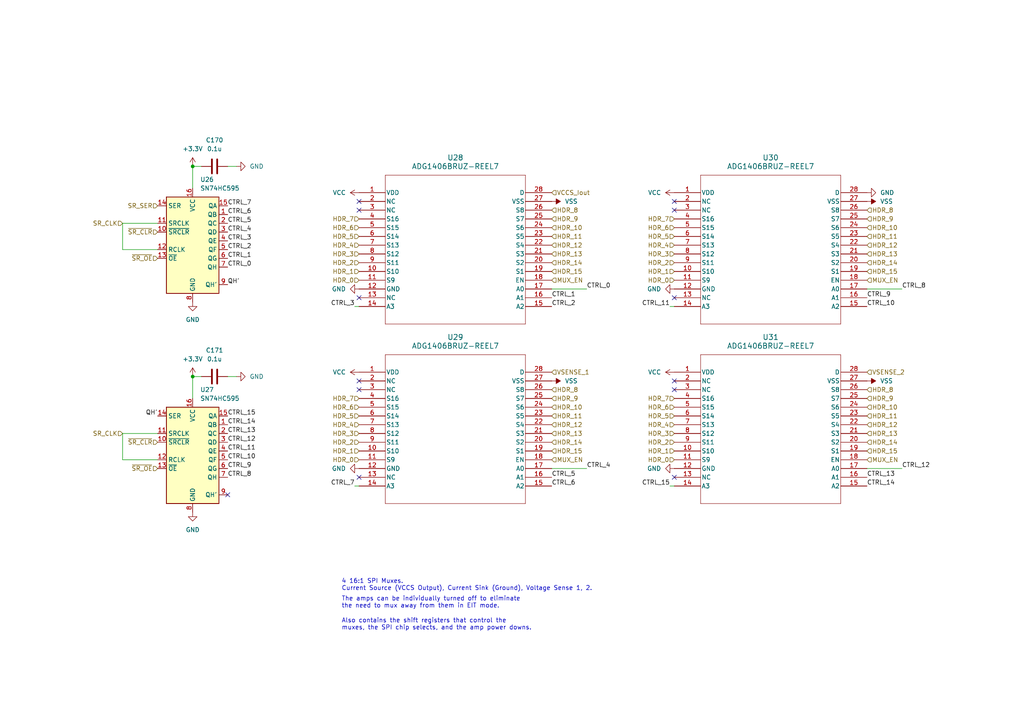
<source format=kicad_sch>
(kicad_sch (version 20230121) (generator eeschema)
  (paper "A4")
  (lib_symbols
    (symbol "74xx:74HC595"
      (property "Reference" "U" (at -7.62 13.97 0))
      (property "Value" "74HC595" (at -7.62 -16.51 0))
      (symbol "74HC595_1_0"
        (pin tri_state line (at 10.16 7.62 180) (length 2.54) (name "QB") (number "1"))
        (pin input line (at -10.16 2.54 0) (length 2.54) (name "~{SRCLR}") (number "10"))
        (pin input line (at -10.16 5.08 0) (length 2.54) (name "SRCLK") (number "11"))
        (pin input line (at -10.16 -2.54 0) (length 2.54) (name "RCLK") (number "12"))
        (pin input line (at -10.16 -5.08 0) (length 2.54) (name "~{OE}") (number "13"))
        (pin input line (at -10.16 10.16 0) (length 2.54) (name "SER") (number "14"))
        (pin tri_state line (at 10.16 10.16 180) (length 2.54) (name "QA") (number "15"))
        (pin power_in line (at 0 15.24 270) (length 2.54) (name "VCC") (number "16"))
        (pin tri_state line (at 10.16 5.08 180) (length 2.54) (name "QC") (number "2"))
        (pin tri_state line (at 10.16 2.54 180) (length 2.54) (name "QD") (number "3"))
        (pin tri_state line (at 10.16 0 180) (length 2.54) (name "QE") (number "4"))
        (pin tri_state line (at 10.16 -2.54 180) (length 2.54) (name "QF") (number "5"))
        (pin tri_state line (at 10.16 -5.08 180) (length 2.54) (name "QG") (number "6"))
        (pin tri_state line (at 10.16 -7.62 180) (length 2.54) (name "QH") (number "7"))
        (pin power_in line (at 0 -17.78 90) (length 2.54) (name "GND") (number "8"))
        (pin output line (at 10.16 -12.7 180) (length 2.54) (name "QH'") (number "9"))
      )
      (symbol "74HC595_1_1"
        (rectangle (start -7.62 12.7) (end 7.62 -15.24) (stroke (width 0.254)) (fill (type background)))
      )
    )
    (symbol "ADG1406BRUZ:ADG1406BRUZ-REEL7" (pin_names (offset 0.254))
      (property "Reference" "U" (at 27.94 10.16 0))
      (property "Value" "ADG1406BRUZ-REEL7" (at 27.94 7.62 0))
      (symbol "ADG1406BRUZ-REEL7_0_1"
        (polyline (pts (xy 7.62 -38.1) (xy 48.26 -38.1)) (stroke (width 0.127)))
        (polyline (pts (xy 7.62 5.08) (xy 7.62 -38.1)) (stroke (width 0.127)))
        (polyline (pts (xy 48.26 -38.1) (xy 48.26 5.08)) (stroke (width 0.127)))
        (polyline (pts (xy 48.26 5.08) (xy 7.62 5.08)) (stroke (width 0.127)))
        (pin power_in line (at 0 0 0) (length 7.62) (name "VDD") (number "1"))
        (pin unspecified line (at 0 -22.86 0) (length 7.62) (name "S10") (number "10"))
        (pin unspecified line (at 0 -25.4 0) (length 7.62) (name "S9") (number "11"))
        (pin unspecified line (at 0 -27.94 0) (length 7.62) (name "GND") (number "12"))
        (pin unspecified line (at 0 -30.48 0) (length 7.62) (name "NC") (number "13"))
        (pin unspecified line (at 0 -33.02 0) (length 7.62) (name "A3") (number "14"))
        (pin unspecified line (at 55.88 -33.02 180) (length 7.62) (name "A2") (number "15"))
        (pin unspecified line (at 55.88 -30.48 180) (length 7.62) (name "A1") (number "16"))
        (pin unspecified line (at 55.88 -27.94 180) (length 7.62) (name "A0") (number "17"))
        (pin unspecified line (at 55.88 -25.4 180) (length 7.62) (name "EN") (number "18"))
        (pin unspecified line (at 55.88 -22.86 180) (length 7.62) (name "S1") (number "19"))
        (pin unspecified line (at 0 -2.54 0) (length 7.62) (name "NC") (number "2"))
        (pin unspecified line (at 55.88 -20.32 180) (length 7.62) (name "S2") (number "20"))
        (pin unspecified line (at 55.88 -17.78 180) (length 7.62) (name "S3") (number "21"))
        (pin unspecified line (at 55.88 -15.24 180) (length 7.62) (name "S4") (number "22"))
        (pin unspecified line (at 55.88 -12.7 180) (length 7.62) (name "S5") (number "23"))
        (pin unspecified line (at 55.88 -10.16 180) (length 7.62) (name "S6") (number "24"))
        (pin unspecified line (at 55.88 -7.62 180) (length 7.62) (name "S7") (number "25"))
        (pin unspecified line (at 55.88 -5.08 180) (length 7.62) (name "S8") (number "26"))
        (pin unspecified line (at 55.88 -2.54 180) (length 7.62) (name "VSS") (number "27"))
        (pin unspecified line (at 55.88 0 180) (length 7.62) (name "D") (number "28"))
        (pin unspecified line (at 0 -5.08 0) (length 7.62) (name "NC") (number "3"))
        (pin unspecified line (at 0 -7.62 0) (length 7.62) (name "S16") (number "4"))
        (pin unspecified line (at 0 -10.16 0) (length 7.62) (name "S15") (number "5"))
        (pin unspecified line (at 0 -12.7 0) (length 7.62) (name "S14") (number "6"))
        (pin unspecified line (at 0 -15.24 0) (length 7.62) (name "S13") (number "7"))
        (pin unspecified line (at 0 -17.78 0) (length 7.62) (name "S12") (number "8"))
        (pin unspecified line (at 0 -20.32 0) (length 7.62) (name "S11") (number "9"))
      )
    )
    (symbol "Device:C" (pin_numbers hide) (pin_names (offset 0.254))
      (property "Reference" "C" (at 0.635 2.54 0))
      (property "Value" "C" (at 0.635 -2.54 0))
      (symbol "C_0_1"
        (polyline (pts (xy -2.032 -0.762) (xy 2.032 -0.762)) (stroke (width 0.508)))
        (polyline (pts (xy -2.032 0.762) (xy 2.032 0.762)) (stroke (width 0.508)))
      )
      (symbol "C_1_1"
        (pin passive line (at 0 3.81 270) (length 2.794) (name "~") (number "1"))
        (pin passive line (at 0 -3.81 90) (length 2.794) (name "~") (number "2"))
      )
    )
    (symbol "power:+3.3V" (power) (pin_names (offset 0))
      (property "Value" "+3.3V" (at 0 3.556 0))
      (symbol "+3.3V_0_1"
        (polyline (pts (xy -0.762 1.27) (xy 0 2.54)))
        (polyline (pts (xy 0 0) (xy 0 2.54)))
        (polyline (pts (xy 0 2.54) (xy 0.762 1.27)))
      )
      (symbol "+3.3V_1_1"
        (pin power_in line (at 0 0 90) (length 0) hide (name "+3.3V") (number "1"))
      )
    )
    (symbol "power:GND" (power) (pin_names (offset 0))
      (property "Value" "GND" (at 0 -3.81 0))
      (symbol "GND_0_1"
        (polyline (pts (xy 0 0) (xy 0 -1.27) (xy 1.27 -1.27) (xy 0 -2.54) (xy -1.27 -1.27) (xy 0 -1.27)))
      )
      (symbol "GND_1_1"
        (pin power_in line (at 0 0 270) (length 0) hide (name "GND") (number "1"))
      )
    )
    (symbol "power:VCC" (power) (pin_names (offset 0))
      (property "Value" "VCC" (at 0 3.81 0))
      (symbol "VCC_0_1"
        (polyline (pts (xy -0.762 1.27) (xy 0 2.54)))
        (polyline (pts (xy 0 0) (xy 0 2.54)))
        (polyline (pts (xy 0 2.54) (xy 0.762 1.27)))
      )
      (symbol "VCC_1_1"
        (pin power_in line (at 0 0 90) (length 0) hide (name "VCC") (number "1"))
      )
    )
    (symbol "power:VSS" (power) (pin_names (offset 0))
      (property "Value" "VSS" (at 0 3.81 0))
      (symbol "VSS_0_1"
        (polyline (pts (xy 0 0) (xy 0 2.54)))
        (polyline (pts (xy 0.762 1.27) (xy -0.762 1.27) (xy 0 2.54) (xy 0.762 1.27)) (fill (type outline)))
      )
      (symbol "VSS_1_1"
        (pin power_in line (at 0 0 90) (length 0) hide (name "VSS") (number "1"))
      )
    )
  )
  (junction (at 55.88 109.22))
  (junction (at 55.88 48.26))
  (no_connect (at 195.58 60.96))
  (no_connect (at 104.14 86.36))
  (no_connect (at 104.14 58.42))
  (no_connect (at 195.58 110.49))
  (no_connect (at 104.14 138.43))
  (no_connect (at 195.58 113.03))
  (no_connect (at 66.04 143.51))
  (no_connect (at 195.58 58.42))
  (no_connect (at 195.58 138.43))
  (no_connect (at 195.58 86.36))
  (no_connect (at 104.14 110.49))
  (no_connect (at 104.14 60.96))
  (no_connect (at 104.14 113.03))
  (wire (pts (xy 261.62 83.82) (xy 251.46 83.82)))
  (wire (pts (xy 194.31 88.9) (xy 195.58 88.9)))
  (wire (pts (xy 194.31 140.97) (xy 195.58 140.97)))
  (wire (pts (xy 35.56 133.35) (xy 45.72 133.35)))
  (wire (pts (xy 55.88 109.22) (xy 58.42 109.22)))
  (wire (pts (xy 102.87 140.97) (xy 104.14 140.97)))
  (wire (pts (xy 35.56 64.77) (xy 45.72 64.77)))
  (wire (pts (xy 35.56 125.73) (xy 45.72 125.73)))
  (wire (pts (xy 35.56 72.39) (xy 45.72 72.39)))
  (wire (pts (xy 261.62 135.89) (xy 251.46 135.89)))
  (wire (pts (xy 35.56 125.73) (xy 35.56 133.35)))
  (wire (pts (xy 35.56 64.77) (xy 35.56 72.39)))
  (wire (pts (xy 102.87 88.9) (xy 104.14 88.9)))
  (wire (pts (xy 170.18 83.82) (xy 160.02 83.82)))
  (wire (pts (xy 55.88 48.26) (xy 58.42 48.26)))
  (wire (pts (xy 55.88 48.26) (xy 55.88 54.61)))
  (wire (pts (xy 66.04 109.22) (xy 68.58 109.22)))
  (wire (pts (xy 66.04 48.26) (xy 68.58 48.26)))
  (wire (pts (xy 170.18 135.89) (xy 160.02 135.89)))
  (wire (pts (xy 55.88 109.22) (xy 55.88 115.57)))
  (text "4 16:1 SPI Muxes.\nCurrent Source (VCCS Output), Current Sink (Ground), Voltage Sense 1, 2." (at 99.06 171.45 0) (effects (font (size 1.27 1.27)) (justify left bottom)))
  (text "Also contains the shift registers that control the\nmuxes, the SPI chip selects, and the amp power downs." (at 99.06 182.88 0) (effects (font (size 1.27 1.27)) (justify left bottom)))
  (text "The amps can be individually turned off to eliminate\nthe need to mux away from them in EIT mode." (at 99.06 176.53 0) (effects (font (size 1.27 1.27)) (justify left bottom)))
  (label "CTRL_11" (at 66.04 130.81 0))
  (label "QH'" (at 66.04 82.55 0))
  (label "CTRL_15" (at 66.04 120.65 0))
  (label "CTRL_10" (at 251.46 88.9 0))
  (label "CTRL_11" (at 194.31 88.9 180))
  (label "CTRL_6" (at 160.02 140.97 0))
  (label "CTRL_8" (at 261.62 83.82 0))
  (label "CTRL_15" (at 194.31 140.97 180))
  (label "CTRL_7" (at 102.87 140.97 180))
  (label "CTRL_2" (at 160.02 88.9 0))
  (label "CTRL_1" (at 66.04 74.93 0))
  (label "CTRL_4" (at 170.18 135.89 0))
  (label "CTRL_5" (at 160.02 138.43 0))
  (label "CTRL_14" (at 66.04 123.19 0))
  (label "CTRL_4" (at 66.04 67.31 0))
  (label "CTRL_14" (at 251.46 140.97 0))
  (label "CTRL_6" (at 66.04 62.23 0))
  (label "CTRL_3" (at 102.87 88.9 180))
  (label "CTRL_12" (at 261.62 135.89 0))
  (label "CTRL_13" (at 66.04 125.73 0))
  (label "CTRL_13" (at 251.46 138.43 0))
  (label "CTRL_9" (at 251.46 86.36 0))
  (label "CTRL_5" (at 66.04 64.77 0))
  (label "CTRL_2" (at 66.04 72.39 0))
  (label "CTRL_12" (at 66.04 128.27 0))
  (label "CTRL_7" (at 66.04 59.69 0))
  (label "CTRL_8" (at 66.04 138.43 0))
  (label "CTRL_3" (at 66.04 69.85 0))
  (label "CTRL_0" (at 66.04 77.47 0))
  (label "CTRL_0" (at 170.18 83.82 0))
  (label "CTRL_9" (at 66.04 135.89 0))
  (label "CTRL_10" (at 66.04 133.35 0))
  (label "QH'" (at 45.72 120.65 180))
  (label "CTRL_1" (at 160.02 86.36 0))
  (hierarchical_label "HDR_9" (shape input) (at 251.46 115.57 0))
  (hierarchical_label "HDR_12" (shape input) (at 251.46 71.12 0))
  (hierarchical_label "HDR_7" (shape input) (at 104.14 115.57 180))
  (hierarchical_label "HDR_10" (shape input) (at 251.46 118.11 0))
  (hierarchical_label "HDR_11" (shape input) (at 160.02 120.65 0))
  (hierarchical_label "HDR_5" (shape input) (at 104.14 120.65 180))
  (hierarchical_label "HDR_3" (shape input) (at 195.58 125.73 180))
  (hierarchical_label "HDR_6" (shape input) (at 104.14 118.11 180))
  (hierarchical_label "HDR_14" (shape input) (at 160.02 128.27 0))
  (hierarchical_label "HDR_1" (shape input) (at 195.58 78.74 180))
  (hierarchical_label "HDR_10" (shape input) (at 160.02 66.04 0))
  (hierarchical_label "HDR_12" (shape input) (at 160.02 123.19 0))
  (hierarchical_label "~{SR_CLR}" (shape input) (at 45.72 67.31 180))
  (hierarchical_label "HDR_4" (shape input) (at 104.14 123.19 180))
  (hierarchical_label "MUX_EN" (shape input) (at 251.46 81.28 0))
  (hierarchical_label "HDR_7" (shape input) (at 195.58 63.5 180))
  (hierarchical_label "HDR_4" (shape input) (at 195.58 71.12 180))
  (hierarchical_label "HDR_4" (shape input) (at 195.58 123.19 180))
  (hierarchical_label "MUX_EN" (shape input) (at 251.46 133.35 0))
  (hierarchical_label "HDR_6" (shape input) (at 104.14 66.04 180))
  (hierarchical_label "HDR_9" (shape input) (at 160.02 63.5 0))
  (hierarchical_label "HDR_4" (shape input) (at 104.14 71.12 180))
  (hierarchical_label "HDR_8" (shape input) (at 160.02 113.03 0))
  (hierarchical_label "HDR_2" (shape input) (at 195.58 128.27 180))
  (hierarchical_label "HDR_15" (shape input) (at 251.46 78.74 0))
  (hierarchical_label "HDR_2" (shape input) (at 104.14 128.27 180))
  (hierarchical_label "HDR_3" (shape input) (at 104.14 125.73 180))
  (hierarchical_label "HDR_7" (shape input) (at 195.58 115.57 180))
  (hierarchical_label "HDR_0" (shape input) (at 104.14 81.28 180))
  (hierarchical_label "HDR_5" (shape input) (at 104.14 68.58 180))
  (hierarchical_label "HDR_14" (shape input) (at 251.46 128.27 0))
  (hierarchical_label "HDR_0" (shape input) (at 195.58 81.28 180))
  (hierarchical_label "HDR_1" (shape input) (at 104.14 78.74 180))
  (hierarchical_label "HDR_12" (shape input) (at 160.02 71.12 0))
  (hierarchical_label "~{SR_CLR}" (shape input) (at 45.72 128.27 180))
  (hierarchical_label "HDR_3" (shape input) (at 195.58 73.66 180))
  (hierarchical_label "SR_CLK" (shape input) (at 35.56 125.73 180))
  (hierarchical_label "HDR_0" (shape input) (at 104.14 133.35 180))
  (hierarchical_label "HDR_13" (shape input) (at 160.02 125.73 0))
  (hierarchical_label "HDR_5" (shape input) (at 195.58 120.65 180))
  (hierarchical_label "HDR_14" (shape input) (at 251.46 76.2 0))
  (hierarchical_label "HDR_9" (shape input) (at 251.46 63.5 0))
  (hierarchical_label "~{SR_OE}" (shape input) (at 45.72 135.89 180))
  (hierarchical_label "~{SR_OE}" (shape input) (at 45.72 74.93 180))
  (hierarchical_label "HDR_3" (shape input) (at 104.14 73.66 180))
  (hierarchical_label "HDR_11" (shape input) (at 251.46 120.65 0))
  (hierarchical_label "HDR_13" (shape input) (at 160.02 73.66 0))
  (hierarchical_label "HDR_8" (shape input) (at 251.46 60.96 0))
  (hierarchical_label "HDR_7" (shape input) (at 104.14 63.5 180))
  (hierarchical_label "HDR_0" (shape input) (at 195.58 133.35 180))
  (hierarchical_label "HDR_15" (shape input) (at 160.02 130.81 0))
  (hierarchical_label "HDR_11" (shape input) (at 160.02 68.58 0))
  (hierarchical_label "VSENSE_2" (shape input) (at 251.46 107.95 0))
  (hierarchical_label "HDR_11" (shape input) (at 251.46 68.58 0))
  (hierarchical_label "HDR_5" (shape input) (at 195.58 68.58 180))
  (hierarchical_label "HDR_6" (shape input) (at 195.58 66.04 180))
  (hierarchical_label "HDR_6" (shape input) (at 195.58 118.11 180))
  (hierarchical_label "HDR_2" (shape input) (at 195.58 76.2 180))
  (hierarchical_label "HDR_1" (shape input) (at 104.14 130.81 180))
  (hierarchical_label "HDR_15" (shape input) (at 160.02 78.74 0))
  (hierarchical_label "SR_CLK" (shape input) (at 35.56 64.77 180))
  (hierarchical_label "HDR_1" (shape input) (at 195.58 130.81 180))
  (hierarchical_label "HDR_8" (shape input) (at 251.46 113.03 0))
  (hierarchical_label "SR_SER" (shape input) (at 45.72 59.69 180))
  (hierarchical_label "HDR_12" (shape input) (at 251.46 123.19 0))
  (hierarchical_label "HDR_13" (shape input) (at 251.46 125.73 0))
  (hierarchical_label "HDR_14" (shape input) (at 160.02 76.2 0))
  (hierarchical_label "VSENSE_1" (shape input) (at 160.02 107.95 0))
  (hierarchical_label "MUX_EN" (shape input) (at 160.02 133.35 0))
  (hierarchical_label "HDR_15" (shape input) (at 251.46 130.81 0))
  (hierarchical_label "MUX_EN" (shape input) (at 160.02 81.28 0))
  (hierarchical_label "HDR_9" (shape input) (at 160.02 115.57 0))
  (hierarchical_label "HDR_13" (shape input) (at 251.46 73.66 0))
  (hierarchical_label "HDR_2" (shape input) (at 104.14 76.2 180))
  (hierarchical_label "HDR_8" (shape input) (at 160.02 60.96 0))
  (hierarchical_label "VCCS_Iout" (shape input) (at 160.02 55.88 0))
  (hierarchical_label "HDR_10" (shape input) (at 251.46 66.04 0))
  (hierarchical_label "HDR_10" (shape input) (at 160.02 118.11 0))
  (symbol (lib_id "power:GND") (at 55.88 148.59 0) (unit 1)
    (property "Reference" "#PWR0226" (effects hide))
    (property "Value" "GND" (at 55.88 153.67 0))
  )
  (symbol (lib_id "power:GND") (at 68.58 109.22 90) (unit 1)
    (property "Reference" "#PWR0228" (effects hide))
    (property "Value" "GND" (at 72.39 109.22 90) (effects (justify right)))
  )
  (symbol (lib_id "power:VCC") (at 195.58 55.88 90) (unit 1)
    (property "Reference" "#PWR0235" (effects hide))
    (property "Value" "VCC" (at 191.77 55.88 90) (effects (justify left)))
  )
  (symbol (lib_id "power:VSS") (at 251.46 58.42 270) (unit 1)
    (property "Reference" "#PWR0240" (effects hide))
    (property "Value" "VSS" (at 255.27 58.42 90) (effects (justify left)))
  )
  (symbol (lib_id "power:VSS") (at 160.02 58.42 270) (unit 1)
    (property "Reference" "#PWR0233" (effects hide))
    (property "Value" "VSS" (at 163.83 58.42 90) (effects (justify left)))
  )
  (symbol (lib_id "power:VSS") (at 160.02 110.49 270) (unit 1)
    (property "Reference" "#PWR0234" (effects hide))
    (property "Value" "VSS" (at 163.83 110.49 90) (effects (justify left)))
  )
  (symbol (lib_id "power:VSS") (at 251.46 110.49 270) (unit 1)
    (property "Reference" "#PWR0241" (effects hide))
    (property "Value" "VSS" (at 255.27 110.49 90) (effects (justify left)))
  )
  (symbol (lib_id "74xx:74HC595") (at 55.88 130.81 0) (unit 1)
    (property "Reference" "U27" (at 58.0741 113.03 0) (effects (justify left)))
    (property "Value" "SN74HC595" (at 58.0741 115.57 0) (effects (justify left)))
    (property "Footprint" "Package_SO:SOIC-16W_5.3x10.2mm_P1.27mm" (effects hide))
    (property "Datasheet" "http://www.ti.com/lit/ds/symlink/sn74hc595.pdf" (effects hide))
  )
  (symbol (lib_id "ADG1406BRUZ:ADG1406BRUZ-REEL7") (at 195.58 55.88 0) (unit 1)
    (property "Reference" "U30" (at 223.52 45.72 0) (effects (font (size 1.524 1.524))))
    (property "Value" "ADG1406BRUZ-REEL7" (at 223.52 48.26 0) (effects (font (size 1.524 1.524))))
    (property "Footprint" "ADG1406BRUZ:RU_28_ADI" (effects hide))
    (property "Datasheet" "ADG1406BRUZ-REEL7" (effects hide))
  )
  (symbol (lib_id "ADG1406BRUZ:ADG1406BRUZ-REEL7") (at 104.14 107.95 0) (unit 1)
    (property "Reference" "U29" (at 132.08 97.79 0) (effects (font (size 1.524 1.524))))
    (property "Value" "ADG1406BRUZ-REEL7" (at 132.08 100.33 0) (effects (font (size 1.524 1.524))))
    (property "Footprint" "ADG1406BRUZ:RU_28_ADI" (effects hide))
    (property "Datasheet" "ADG1406BRUZ-REEL7" (effects hide))
  )
  (symbol (lib_id "ADG1406BRUZ:ADG1406BRUZ-REEL7") (at 104.14 55.88 0) (unit 1)
    (property "Reference" "U28" (at 132.08 45.72 0) (effects (font (size 1.524 1.524))))
    (property "Value" "ADG1406BRUZ-REEL7" (at 132.08 48.26 0) (effects (font (size 1.524 1.524))))
    (property "Footprint" "ADG1406BRUZ:RU_28_ADI" (effects hide))
    (property "Datasheet" "ADG1406BRUZ-REEL7" (effects hide))
  )
  (symbol (lib_id "power:+3.3V") (at 55.88 48.26 0) (unit 1)
    (property "Reference" "#PWR0223" (effects hide))
    (property "Value" "+3.3V" (at 55.88 43.18 0))
  )
  (symbol (lib_id "ADG1406BRUZ:ADG1406BRUZ-REEL7") (at 195.58 107.95 0) (unit 1)
    (property "Reference" "U31" (at 223.52 97.79 0) (effects (font (size 1.524 1.524))))
    (property "Value" "ADG1406BRUZ-REEL7" (at 223.52 100.33 0) (effects (font (size 1.524 1.524))))
    (property "Footprint" "ADG1406BRUZ:RU_28_ADI" (effects hide))
    (property "Datasheet" "ADG1406BRUZ-REEL7" (effects hide))
  )
  (symbol (lib_id "Device:C") (at 62.23 48.26 90) (unit 1)
    (property "Reference" "C170" (at 62.23 40.64 90))
    (property "Value" "0.1u" (at 62.23 43.18 90))
    (property "Footprint" "Capacitor_SMD:C_0603_1608Metric" (effects hide))
  )
  (symbol (lib_id "power:GND") (at 68.58 48.26 90) (unit 1)
    (property "Reference" "#PWR0227" (effects hide))
    (property "Value" "GND" (at 72.39 48.26 90) (effects (justify right)))
  )
  (symbol (lib_id "power:GND") (at 104.14 135.89 270) (unit 1)
    (property "Reference" "#PWR0232" (effects hide))
    (property "Value" "GND" (at 100.33 135.89 90) (effects (justify right)))
  )
  (symbol (lib_id "Device:C") (at 62.23 109.22 90) (unit 1)
    (property "Reference" "C171" (at 62.23 101.6 90))
    (property "Value" "0.1u" (at 62.23 104.14 90))
    (property "Footprint" "Capacitor_SMD:C_0603_1608Metric" (effects hide))
  )
  (symbol (lib_id "power:GND") (at 55.88 87.63 0) (unit 1)
    (property "Reference" "#PWR0224" (effects hide))
    (property "Value" "GND" (at 55.88 92.71 0))
  )
  (symbol (lib_id "74xx:74HC595") (at 55.88 69.85 0) (unit 1)
    (property "Reference" "U26" (at 58.0741 52.07 0) (effects (justify left)))
    (property "Value" "SN74HC595" (at 58.0741 54.61 0) (effects (justify left)))
    (property "Footprint" "Package_SO:SOIC-16W_5.3x10.2mm_P1.27mm" (effects hide))
    (property "Datasheet" "http://www.ti.com/lit/ds/symlink/sn74hc595.pdf" (effects hide))
  )
  (symbol (lib_id "power:VCC") (at 104.14 107.95 90) (unit 1)
    (property "Reference" "#PWR0231" (effects hide))
    (property "Value" "VCC" (at 100.33 107.95 90) (effects (justify left)))
  )
  (symbol (lib_id "power:+3.3V") (at 55.88 109.22 0) (unit 1)
    (property "Reference" "#PWR0225" (effects hide))
    (property "Value" "+3.3V" (at 55.88 104.14 0))
  )
  (symbol (lib_id "power:VCC") (at 195.58 107.95 90) (unit 1)
    (property "Reference" "#PWR0237" (effects hide))
    (property "Value" "VCC" (at 191.77 107.95 90) (effects (justify left)))
  )
  (symbol (lib_id "power:VCC") (at 104.14 55.88 90) (unit 1)
    (property "Reference" "#PWR0229" (effects hide))
    (property "Value" "VCC" (at 100.33 55.88 90) (effects (justify left)))
  )
  (symbol (lib_id "power:GND") (at 195.58 135.89 270) (unit 1)
    (property "Reference" "#PWR0238" (effects hide))
    (property "Value" "GND" (at 191.77 135.89 90) (effects (justify right)))
  )
  (symbol (lib_id "power:GND") (at 195.58 83.82 270) (unit 1)
    (property "Reference" "#PWR0236" (effects hide))
    (property "Value" "GND" (at 191.77 83.82 90) (effects (justify right)))
  )
  (symbol (lib_id "power:GND") (at 104.14 83.82 270) (unit 1)
    (property "Reference" "#PWR0230" (effects hide))
    (property "Value" "GND" (at 100.33 83.82 90) (effects (justify right)))
  )
  (symbol (lib_id "power:GND") (at 251.46 55.88 90) (unit 1)
    (property "Reference" "#PWR0239" (effects hide))
    (property "Value" "GND" (at 255.27 55.88 90) (effects (justify right)))
  )
)
</source>
